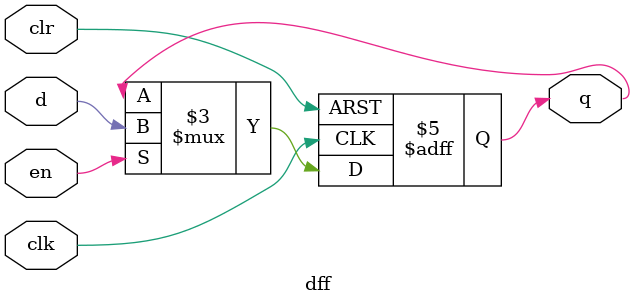
<source format=v>
`timescale 1ns / 1ps


module dff(q,d,clk,en,clr);

    input d,clk,en,clr;
    
    wire clr;
    
    output q;
    reg q;
    
    initial
    begin
        q = 1'b0;
    end
    
    
    always @(posedge clk or posedge clr) begin
        if (clr) begin
            q <= 1'b0;
        end else if (en) begin
            q <=d;
        end
    end
    
endmodule

</source>
